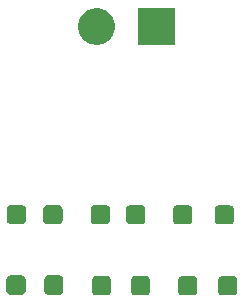
<source format=gbr>
G04 #@! TF.GenerationSoftware,KiCad,Pcbnew,5.0.2-bee76a0~70~ubuntu16.04.1*
G04 #@! TF.CreationDate,2019-12-27T08:03:31-08:00*
G04 #@! TF.ProjectId,Led_tests,4c65645f-7465-4737-9473-2e6b69636164,rev?*
G04 #@! TF.SameCoordinates,Original*
G04 #@! TF.FileFunction,Soldermask,Top*
G04 #@! TF.FilePolarity,Negative*
%FSLAX46Y46*%
G04 Gerber Fmt 4.6, Leading zero omitted, Abs format (unit mm)*
G04 Created by KiCad (PCBNEW 5.0.2-bee76a0~70~ubuntu16.04.1) date Fri 27 Dec 2019 08:03:31 PST*
%MOMM*%
%LPD*%
G01*
G04 APERTURE LIST*
%ADD10C,0.100000*%
G04 APERTURE END LIST*
D10*
G36*
X45468593Y-36710003D02*
X45533014Y-36729544D01*
X45592376Y-36761275D01*
X45644417Y-36803983D01*
X45687125Y-36856024D01*
X45718856Y-36915386D01*
X45738397Y-36979807D01*
X45745600Y-37052941D01*
X45745600Y-37978659D01*
X45738397Y-38051793D01*
X45718856Y-38116214D01*
X45687125Y-38175576D01*
X45644417Y-38227617D01*
X45592376Y-38270325D01*
X45533014Y-38302056D01*
X45468593Y-38321597D01*
X45395459Y-38328800D01*
X44469741Y-38328800D01*
X44396607Y-38321597D01*
X44332186Y-38302056D01*
X44272824Y-38270325D01*
X44220783Y-38227617D01*
X44178075Y-38175576D01*
X44146344Y-38116214D01*
X44126803Y-38051793D01*
X44119600Y-37978659D01*
X44119600Y-37052941D01*
X44126803Y-36979807D01*
X44146344Y-36915386D01*
X44178075Y-36856024D01*
X44220783Y-36803983D01*
X44272824Y-36761275D01*
X44332186Y-36729544D01*
X44396607Y-36710003D01*
X44469741Y-36702800D01*
X45395459Y-36702800D01*
X45468593Y-36710003D01*
X45468593Y-36710003D01*
G37*
G36*
X41480793Y-36710003D02*
X41545214Y-36729544D01*
X41604576Y-36761275D01*
X41656617Y-36803983D01*
X41699325Y-36856024D01*
X41731056Y-36915386D01*
X41750597Y-36979807D01*
X41757800Y-37052941D01*
X41757800Y-37978659D01*
X41750597Y-38051793D01*
X41731056Y-38116214D01*
X41699325Y-38175576D01*
X41656617Y-38227617D01*
X41604576Y-38270325D01*
X41545214Y-38302056D01*
X41480793Y-38321597D01*
X41407659Y-38328800D01*
X40481941Y-38328800D01*
X40408807Y-38321597D01*
X40344386Y-38302056D01*
X40285024Y-38270325D01*
X40232983Y-38227617D01*
X40190275Y-38175576D01*
X40158544Y-38116214D01*
X40139003Y-38051793D01*
X40131800Y-37978659D01*
X40131800Y-37052941D01*
X40139003Y-36979807D01*
X40158544Y-36915386D01*
X40190275Y-36856024D01*
X40232983Y-36803983D01*
X40285024Y-36761275D01*
X40344386Y-36729544D01*
X40408807Y-36710003D01*
X40481941Y-36702800D01*
X41407659Y-36702800D01*
X41480793Y-36710003D01*
X41480793Y-36710003D01*
G37*
G36*
X38180793Y-36710003D02*
X38245214Y-36729544D01*
X38304576Y-36761275D01*
X38356617Y-36803983D01*
X38399325Y-36856024D01*
X38431056Y-36915386D01*
X38450597Y-36979807D01*
X38457800Y-37052941D01*
X38457800Y-37978659D01*
X38450597Y-38051793D01*
X38431056Y-38116214D01*
X38399325Y-38175576D01*
X38356617Y-38227617D01*
X38304576Y-38270325D01*
X38245214Y-38302056D01*
X38180793Y-38321597D01*
X38107659Y-38328800D01*
X37181941Y-38328800D01*
X37108807Y-38321597D01*
X37044386Y-38302056D01*
X36985024Y-38270325D01*
X36932983Y-38227617D01*
X36890275Y-38175576D01*
X36858544Y-38116214D01*
X36839003Y-38051793D01*
X36831800Y-37978659D01*
X36831800Y-37052941D01*
X36839003Y-36979807D01*
X36858544Y-36915386D01*
X36890275Y-36856024D01*
X36932983Y-36803983D01*
X36985024Y-36761275D01*
X37044386Y-36729544D01*
X37108807Y-36710003D01*
X37181941Y-36702800D01*
X38107659Y-36702800D01*
X38180793Y-36710003D01*
X38180793Y-36710003D01*
G37*
G36*
X48868593Y-36710003D02*
X48933014Y-36729544D01*
X48992376Y-36761275D01*
X49044417Y-36803983D01*
X49087125Y-36856024D01*
X49118856Y-36915386D01*
X49138397Y-36979807D01*
X49145600Y-37052941D01*
X49145600Y-37978659D01*
X49138397Y-38051793D01*
X49118856Y-38116214D01*
X49087125Y-38175576D01*
X49044417Y-38227617D01*
X48992376Y-38270325D01*
X48933014Y-38302056D01*
X48868593Y-38321597D01*
X48795459Y-38328800D01*
X47869741Y-38328800D01*
X47796607Y-38321597D01*
X47732186Y-38302056D01*
X47672824Y-38270325D01*
X47620783Y-38227617D01*
X47578075Y-38175576D01*
X47546344Y-38116214D01*
X47526803Y-38051793D01*
X47519600Y-37978659D01*
X47519600Y-37052941D01*
X47526803Y-36979807D01*
X47546344Y-36915386D01*
X47578075Y-36856024D01*
X47620783Y-36803983D01*
X47672824Y-36761275D01*
X47732186Y-36729544D01*
X47796607Y-36710003D01*
X47869741Y-36702800D01*
X48795459Y-36702800D01*
X48868593Y-36710003D01*
X48868593Y-36710003D01*
G37*
G36*
X30939793Y-36659203D02*
X31004214Y-36678744D01*
X31063576Y-36710475D01*
X31115617Y-36753183D01*
X31158325Y-36805224D01*
X31190056Y-36864586D01*
X31209597Y-36929007D01*
X31216800Y-37002141D01*
X31216800Y-37927859D01*
X31209597Y-38000993D01*
X31190056Y-38065414D01*
X31158325Y-38124776D01*
X31115617Y-38176817D01*
X31063576Y-38219525D01*
X31004214Y-38251256D01*
X30939793Y-38270797D01*
X30866659Y-38278000D01*
X29940941Y-38278000D01*
X29867807Y-38270797D01*
X29803386Y-38251256D01*
X29744024Y-38219525D01*
X29691983Y-38176817D01*
X29649275Y-38124776D01*
X29617544Y-38065414D01*
X29598003Y-38000993D01*
X29590800Y-37927859D01*
X29590800Y-37002141D01*
X29598003Y-36929007D01*
X29617544Y-36864586D01*
X29649275Y-36805224D01*
X29691983Y-36753183D01*
X29744024Y-36710475D01*
X29803386Y-36678744D01*
X29867807Y-36659203D01*
X29940941Y-36652000D01*
X30866659Y-36652000D01*
X30939793Y-36659203D01*
X30939793Y-36659203D01*
G37*
G36*
X34139793Y-36659203D02*
X34204214Y-36678744D01*
X34263576Y-36710475D01*
X34315617Y-36753183D01*
X34358325Y-36805224D01*
X34390056Y-36864586D01*
X34409597Y-36929007D01*
X34416800Y-37002141D01*
X34416800Y-37927859D01*
X34409597Y-38000993D01*
X34390056Y-38065414D01*
X34358325Y-38124776D01*
X34315617Y-38176817D01*
X34263576Y-38219525D01*
X34204214Y-38251256D01*
X34139793Y-38270797D01*
X34066659Y-38278000D01*
X33140941Y-38278000D01*
X33067807Y-38270797D01*
X33003386Y-38251256D01*
X32944024Y-38219525D01*
X32891983Y-38176817D01*
X32849275Y-38124776D01*
X32817544Y-38065414D01*
X32798003Y-38000993D01*
X32790800Y-37927859D01*
X32790800Y-37002141D01*
X32798003Y-36929007D01*
X32817544Y-36864586D01*
X32849275Y-36805224D01*
X32891983Y-36753183D01*
X32944024Y-36710475D01*
X33003386Y-36678744D01*
X33067807Y-36659203D01*
X33140941Y-36652000D01*
X34066659Y-36652000D01*
X34139793Y-36659203D01*
X34139793Y-36659203D01*
G37*
G36*
X45062193Y-30715603D02*
X45126614Y-30735144D01*
X45185976Y-30766875D01*
X45238017Y-30809583D01*
X45280725Y-30861624D01*
X45312456Y-30920986D01*
X45331997Y-30985407D01*
X45339200Y-31058541D01*
X45339200Y-31984259D01*
X45331997Y-32057393D01*
X45312456Y-32121814D01*
X45280725Y-32181176D01*
X45238017Y-32233217D01*
X45185976Y-32275925D01*
X45126614Y-32307656D01*
X45062193Y-32327197D01*
X44989059Y-32334400D01*
X44063341Y-32334400D01*
X43990207Y-32327197D01*
X43925786Y-32307656D01*
X43866424Y-32275925D01*
X43814383Y-32233217D01*
X43771675Y-32181176D01*
X43739944Y-32121814D01*
X43720403Y-32057393D01*
X43713200Y-31984259D01*
X43713200Y-31058541D01*
X43720403Y-30985407D01*
X43739944Y-30920986D01*
X43771675Y-30861624D01*
X43814383Y-30809583D01*
X43866424Y-30766875D01*
X43925786Y-30735144D01*
X43990207Y-30715603D01*
X44063341Y-30708400D01*
X44989059Y-30708400D01*
X45062193Y-30715603D01*
X45062193Y-30715603D01*
G37*
G36*
X48562193Y-30715603D02*
X48626614Y-30735144D01*
X48685976Y-30766875D01*
X48738017Y-30809583D01*
X48780725Y-30861624D01*
X48812456Y-30920986D01*
X48831997Y-30985407D01*
X48839200Y-31058541D01*
X48839200Y-31984259D01*
X48831997Y-32057393D01*
X48812456Y-32121814D01*
X48780725Y-32181176D01*
X48738017Y-32233217D01*
X48685976Y-32275925D01*
X48626614Y-32307656D01*
X48562193Y-32327197D01*
X48489059Y-32334400D01*
X47563341Y-32334400D01*
X47490207Y-32327197D01*
X47425786Y-32307656D01*
X47366424Y-32275925D01*
X47314383Y-32233217D01*
X47271675Y-32181176D01*
X47239944Y-32121814D01*
X47220403Y-32057393D01*
X47213200Y-31984259D01*
X47213200Y-31058541D01*
X47220403Y-30985407D01*
X47239944Y-30920986D01*
X47271675Y-30861624D01*
X47314383Y-30809583D01*
X47366424Y-30766875D01*
X47425786Y-30735144D01*
X47490207Y-30715603D01*
X47563341Y-30708400D01*
X48489059Y-30708400D01*
X48562193Y-30715603D01*
X48562193Y-30715603D01*
G37*
G36*
X38075793Y-30690203D02*
X38140214Y-30709744D01*
X38199576Y-30741475D01*
X38251617Y-30784183D01*
X38294325Y-30836224D01*
X38326056Y-30895586D01*
X38345597Y-30960007D01*
X38352800Y-31033141D01*
X38352800Y-31958859D01*
X38345597Y-32031993D01*
X38326056Y-32096414D01*
X38294325Y-32155776D01*
X38251617Y-32207817D01*
X38199576Y-32250525D01*
X38140214Y-32282256D01*
X38075793Y-32301797D01*
X38002659Y-32309000D01*
X37076941Y-32309000D01*
X37003807Y-32301797D01*
X36939386Y-32282256D01*
X36880024Y-32250525D01*
X36827983Y-32207817D01*
X36785275Y-32155776D01*
X36753544Y-32096414D01*
X36734003Y-32031993D01*
X36726800Y-31958859D01*
X36726800Y-31033141D01*
X36734003Y-30960007D01*
X36753544Y-30895586D01*
X36785275Y-30836224D01*
X36827983Y-30784183D01*
X36880024Y-30741475D01*
X36939386Y-30709744D01*
X37003807Y-30690203D01*
X37076941Y-30683000D01*
X38002659Y-30683000D01*
X38075793Y-30690203D01*
X38075793Y-30690203D01*
G37*
G36*
X34065193Y-30690203D02*
X34129614Y-30709744D01*
X34188976Y-30741475D01*
X34241017Y-30784183D01*
X34283725Y-30836224D01*
X34315456Y-30895586D01*
X34334997Y-30960007D01*
X34342200Y-31033141D01*
X34342200Y-31958859D01*
X34334997Y-32031993D01*
X34315456Y-32096414D01*
X34283725Y-32155776D01*
X34241017Y-32207817D01*
X34188976Y-32250525D01*
X34129614Y-32282256D01*
X34065193Y-32301797D01*
X33992059Y-32309000D01*
X33066341Y-32309000D01*
X32993207Y-32301797D01*
X32928786Y-32282256D01*
X32869424Y-32250525D01*
X32817383Y-32207817D01*
X32774675Y-32155776D01*
X32742944Y-32096414D01*
X32723403Y-32031993D01*
X32716200Y-31958859D01*
X32716200Y-31033141D01*
X32723403Y-30960007D01*
X32742944Y-30895586D01*
X32774675Y-30836224D01*
X32817383Y-30784183D01*
X32869424Y-30741475D01*
X32928786Y-30709744D01*
X32993207Y-30690203D01*
X33066341Y-30683000D01*
X33992059Y-30683000D01*
X34065193Y-30690203D01*
X34065193Y-30690203D01*
G37*
G36*
X30965193Y-30690203D02*
X31029614Y-30709744D01*
X31088976Y-30741475D01*
X31141017Y-30784183D01*
X31183725Y-30836224D01*
X31215456Y-30895586D01*
X31234997Y-30960007D01*
X31242200Y-31033141D01*
X31242200Y-31958859D01*
X31234997Y-32031993D01*
X31215456Y-32096414D01*
X31183725Y-32155776D01*
X31141017Y-32207817D01*
X31088976Y-32250525D01*
X31029614Y-32282256D01*
X30965193Y-32301797D01*
X30892059Y-32309000D01*
X29966341Y-32309000D01*
X29893207Y-32301797D01*
X29828786Y-32282256D01*
X29769424Y-32250525D01*
X29717383Y-32207817D01*
X29674675Y-32155776D01*
X29642944Y-32096414D01*
X29623403Y-32031993D01*
X29616200Y-31958859D01*
X29616200Y-31033141D01*
X29623403Y-30960007D01*
X29642944Y-30895586D01*
X29674675Y-30836224D01*
X29717383Y-30784183D01*
X29769424Y-30741475D01*
X29828786Y-30709744D01*
X29893207Y-30690203D01*
X29966341Y-30683000D01*
X30892059Y-30683000D01*
X30965193Y-30690203D01*
X30965193Y-30690203D01*
G37*
G36*
X41075793Y-30690203D02*
X41140214Y-30709744D01*
X41199576Y-30741475D01*
X41251617Y-30784183D01*
X41294325Y-30836224D01*
X41326056Y-30895586D01*
X41345597Y-30960007D01*
X41352800Y-31033141D01*
X41352800Y-31958859D01*
X41345597Y-32031993D01*
X41326056Y-32096414D01*
X41294325Y-32155776D01*
X41251617Y-32207817D01*
X41199576Y-32250525D01*
X41140214Y-32282256D01*
X41075793Y-32301797D01*
X41002659Y-32309000D01*
X40076941Y-32309000D01*
X40003807Y-32301797D01*
X39939386Y-32282256D01*
X39880024Y-32250525D01*
X39827983Y-32207817D01*
X39785275Y-32155776D01*
X39753544Y-32096414D01*
X39734003Y-32031993D01*
X39726800Y-31958859D01*
X39726800Y-31033141D01*
X39734003Y-30960007D01*
X39753544Y-30895586D01*
X39785275Y-30836224D01*
X39827983Y-30784183D01*
X39880024Y-30741475D01*
X39939386Y-30709744D01*
X40003807Y-30690203D01*
X40076941Y-30683000D01*
X41002659Y-30683000D01*
X41075793Y-30690203D01*
X41075793Y-30690203D01*
G37*
G36*
X37588927Y-14058936D02*
X37688810Y-14078804D01*
X37971074Y-14195721D01*
X38225105Y-14365459D01*
X38441141Y-14581495D01*
X38610879Y-14835526D01*
X38727796Y-15117790D01*
X38787400Y-15417440D01*
X38787400Y-15722960D01*
X38727796Y-16022610D01*
X38610879Y-16304874D01*
X38441141Y-16558905D01*
X38225105Y-16774941D01*
X37971074Y-16944679D01*
X37688810Y-17061596D01*
X37588927Y-17081464D01*
X37389162Y-17121200D01*
X37083638Y-17121200D01*
X36883873Y-17081464D01*
X36783990Y-17061596D01*
X36501726Y-16944679D01*
X36247695Y-16774941D01*
X36031659Y-16558905D01*
X35861921Y-16304874D01*
X35745004Y-16022610D01*
X35685400Y-15722960D01*
X35685400Y-15417440D01*
X35745004Y-15117790D01*
X35861921Y-14835526D01*
X36031659Y-14581495D01*
X36247695Y-14365459D01*
X36501726Y-14195721D01*
X36783990Y-14078804D01*
X36883873Y-14058936D01*
X37083638Y-14019200D01*
X37389162Y-14019200D01*
X37588927Y-14058936D01*
X37588927Y-14058936D01*
G37*
G36*
X43867400Y-17121200D02*
X40765400Y-17121200D01*
X40765400Y-14019200D01*
X43867400Y-14019200D01*
X43867400Y-17121200D01*
X43867400Y-17121200D01*
G37*
M02*

</source>
